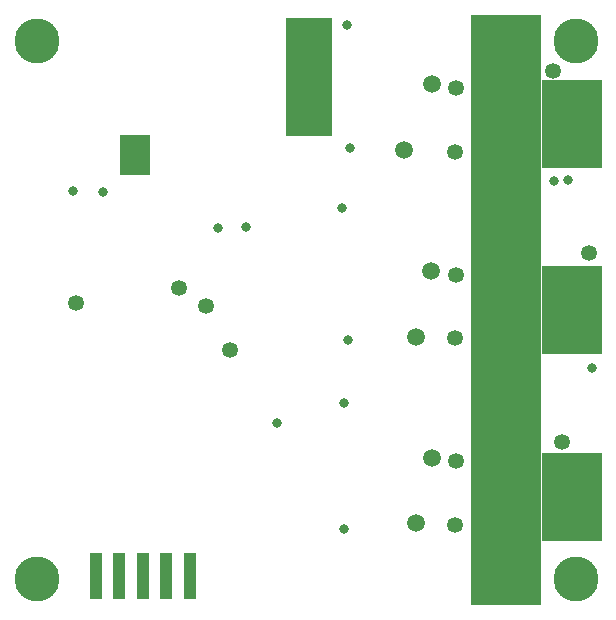
<source format=gbs>
G04 EAGLE Gerber RS-274X export*
G75*
%MOMM*%
%FSLAX34Y34*%
%LPD*%
%INBottom Soldermask*%
%IPPOS*%
%AMOC8*
5,1,8,0,0,1.08239X$1,22.5*%
G01*
%ADD10R,6.050000X50.000000*%
%ADD11R,5.050000X7.450000*%
%ADD12R,2.500000X3.400000*%
%ADD13R,1.000000X4.000000*%
%ADD14R,4.000000X10.000000*%
%ADD15C,1.350000*%
%ADD16C,0.804800*%
%ADD17C,1.500000*%
%ADD18C,3.800000*%


D10*
X419250Y250000D03*
D11*
X474750Y91750D03*
X474750Y249750D03*
X474750Y407750D03*
D12*
X104500Y381000D03*
D13*
X151500Y25000D03*
X131500Y25000D03*
X111500Y25000D03*
X91500Y25000D03*
X71500Y25000D03*
D14*
X252000Y447000D03*
D15*
X377000Y122000D03*
X376000Y68000D03*
X377000Y280000D03*
X376000Y226000D03*
X377000Y438000D03*
X376000Y384000D03*
D16*
X284500Y491500D03*
X286500Y387000D03*
X460000Y359500D03*
X280000Y336000D03*
X285500Y224500D03*
X471500Y360000D03*
D15*
X466500Y138500D03*
X489500Y298500D03*
X459000Y452500D03*
D16*
X282000Y171500D03*
X281500Y64500D03*
X225500Y154500D03*
D15*
X142500Y268750D03*
X185500Y216500D03*
X165000Y253000D03*
D16*
X175000Y319500D03*
X77500Y349500D03*
X492000Y201000D03*
X52500Y350500D03*
X198500Y320500D03*
D15*
X54500Y256000D03*
D17*
X343000Y69500D03*
X356000Y125000D03*
X333000Y385500D03*
X356000Y441000D03*
X342500Y227500D03*
X355500Y283000D03*
D18*
X22000Y22000D03*
X22000Y478000D03*
X478000Y478000D03*
X478000Y22000D03*
M02*

</source>
